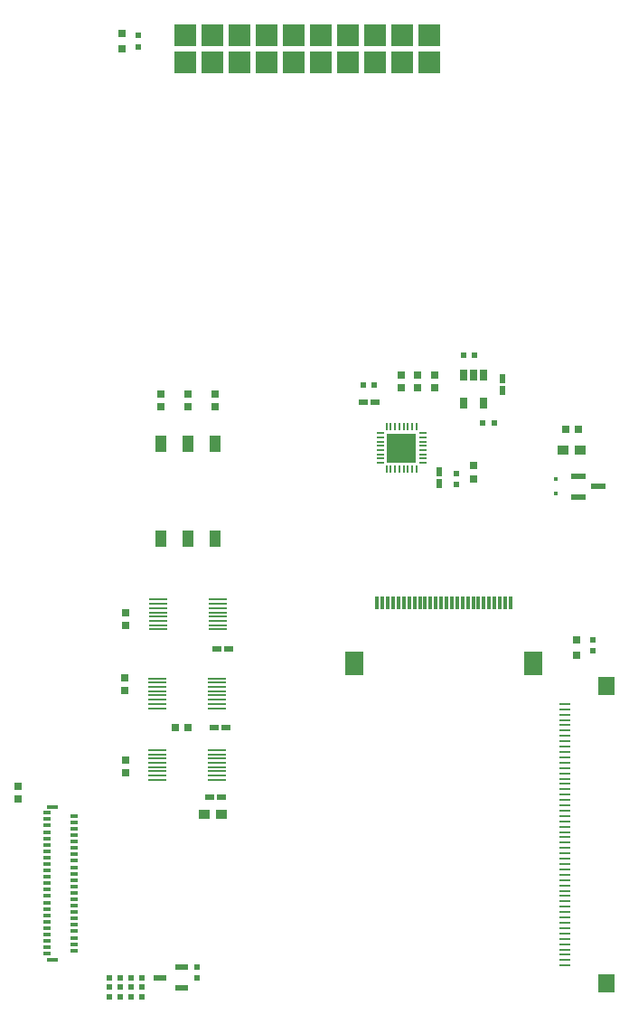
<source format=gbp>
%FSLAX43Y43*%
%MOMM*%
G71*
G01*
G75*
G04 Layer_Color=128*
%ADD10C,0.500*%
%ADD11C,0.200*%
%ADD12C,0.250*%
%ADD13C,0.400*%
%ADD14C,1.700*%
%ADD15R,1.700X1.700*%
%ADD16C,0.550*%
%ADD17R,1.800X2.200*%
%ADD18R,0.300X1.300*%
%ADD19R,0.700X0.300*%
%ADD20R,1.000X0.400*%
%ADD21R,1.100X1.500*%
%ADD22R,1.700X1.700*%
%ADD23R,1.100X0.250*%
%ADD24R,1.500X1.700*%
%ADD25R,2.800X2.800*%
%ADD26O,0.250X0.700*%
%ADD27O,0.700X0.250*%
%ADD28O,1.750X0.250*%
%ADD29R,0.700X1.100*%
%ADD30R,1.300X0.600*%
%ADD31R,0.400X0.400*%
%ADD32R,1.400X0.600*%
%ADD33R,0.700X0.700*%
%ADD34R,0.550X0.600*%
%ADD35R,0.800X0.650*%
%ADD36R,0.500X0.600*%
%ADD37R,1.000X0.950*%
%ADD38R,0.900X0.600*%
%ADD39R,0.600X0.550*%
%ADD40R,0.650X0.800*%
%ADD41R,0.600X0.500*%
%ADD42R,0.600X0.900*%
%ADD43C,0.800*%
%ADD44C,0.300*%
%ADD45C,0.254*%
%ADD46C,1.800*%
%ADD47R,1.800X1.800*%
%ADD48C,5.000*%
%ADD49R,1.900X2.300*%
%ADD50R,0.400X1.400*%
%ADD51R,0.800X0.400*%
%ADD52R,1.100X0.500*%
%ADD53R,1.200X1.600*%
%ADD54R,1.800X1.800*%
%ADD55R,1.200X0.350*%
%ADD56R,1.600X1.800*%
%ADD57R,2.900X2.900*%
%ADD58O,0.350X0.800*%
%ADD59O,0.800X0.350*%
%ADD60O,1.850X0.350*%
%ADD61R,0.840X1.240*%
%ADD62R,1.400X0.700*%
%ADD63R,0.500X0.500*%
%ADD64R,1.500X0.700*%
%ADD65R,0.800X0.800*%
%ADD66R,0.650X0.700*%
%ADD67R,0.900X0.750*%
%ADD68R,0.600X0.700*%
%ADD69R,1.100X1.050*%
%ADD70R,1.000X0.700*%
%ADD71R,0.700X0.650*%
%ADD72R,0.750X0.900*%
%ADD73R,0.700X0.600*%
%ADD74R,0.700X1.000*%
%ADD75C,0.900*%
%ADD76R,2.100X2.100*%
D17*
X32225Y-63275D02*
D03*
X49025D02*
D03*
D18*
X34375Y-57625D02*
D03*
X34875D02*
D03*
X35375D02*
D03*
X35875D02*
D03*
X36375D02*
D03*
X36875D02*
D03*
X37375D02*
D03*
X37875D02*
D03*
X38375D02*
D03*
X38875D02*
D03*
X39375D02*
D03*
X39875D02*
D03*
X40375D02*
D03*
X40875D02*
D03*
X41375D02*
D03*
X41875D02*
D03*
X42375D02*
D03*
X42875D02*
D03*
X43375D02*
D03*
X43875D02*
D03*
X44375D02*
D03*
X44875D02*
D03*
X45375D02*
D03*
X45875D02*
D03*
X46375D02*
D03*
X46875D02*
D03*
D19*
X5961Y-78200D02*
D03*
Y-77600D02*
D03*
Y-81200D02*
D03*
Y-80600D02*
D03*
Y-80000D02*
D03*
Y-79400D02*
D03*
Y-78800D02*
D03*
Y-84200D02*
D03*
Y-83600D02*
D03*
Y-83000D02*
D03*
Y-82400D02*
D03*
Y-81800D02*
D03*
Y-87200D02*
D03*
Y-86600D02*
D03*
Y-86000D02*
D03*
Y-85400D02*
D03*
Y-84800D02*
D03*
Y-87800D02*
D03*
Y-88400D02*
D03*
Y-89000D02*
D03*
Y-89600D02*
D03*
Y-90200D02*
D03*
X3461Y-78500D02*
D03*
Y-77900D02*
D03*
Y-77300D02*
D03*
Y-81500D02*
D03*
Y-80900D02*
D03*
Y-80300D02*
D03*
Y-79700D02*
D03*
Y-79100D02*
D03*
Y-84500D02*
D03*
Y-83900D02*
D03*
Y-83300D02*
D03*
Y-82700D02*
D03*
Y-82100D02*
D03*
Y-87500D02*
D03*
Y-86900D02*
D03*
Y-86300D02*
D03*
Y-85700D02*
D03*
Y-85100D02*
D03*
Y-88100D02*
D03*
Y-88700D02*
D03*
Y-89300D02*
D03*
Y-89900D02*
D03*
Y-90500D02*
D03*
D20*
X3961Y-91050D02*
D03*
Y-76750D02*
D03*
D21*
X19190Y-51600D02*
D03*
X16650D02*
D03*
X14110D02*
D03*
X19190Y-42700D02*
D03*
X16650D02*
D03*
X14110D02*
D03*
D23*
X51926Y-90600D02*
D03*
Y-89100D02*
D03*
Y-91600D02*
D03*
Y-91100D02*
D03*
Y-88600D02*
D03*
Y-86100D02*
D03*
Y-88100D02*
D03*
Y-87600D02*
D03*
Y-85100D02*
D03*
Y-87100D02*
D03*
Y-85600D02*
D03*
Y-86600D02*
D03*
Y-83100D02*
D03*
Y-82600D02*
D03*
Y-84600D02*
D03*
Y-84100D02*
D03*
Y-81100D02*
D03*
Y-82100D02*
D03*
Y-81600D02*
D03*
Y-69100D02*
D03*
Y-68600D02*
D03*
Y-83600D02*
D03*
Y-80600D02*
D03*
Y-68100D02*
D03*
Y-67100D02*
D03*
Y-67600D02*
D03*
Y-80100D02*
D03*
Y-79600D02*
D03*
Y-90100D02*
D03*
Y-89600D02*
D03*
Y-78100D02*
D03*
Y-77600D02*
D03*
Y-79100D02*
D03*
Y-78600D02*
D03*
Y-76100D02*
D03*
Y-75600D02*
D03*
Y-77100D02*
D03*
Y-76600D02*
D03*
Y-74100D02*
D03*
Y-73600D02*
D03*
Y-75100D02*
D03*
Y-74600D02*
D03*
Y-72100D02*
D03*
Y-71600D02*
D03*
Y-73100D02*
D03*
Y-72600D02*
D03*
Y-71100D02*
D03*
Y-70600D02*
D03*
Y-70100D02*
D03*
Y-69600D02*
D03*
D24*
X55826Y-93250D02*
D03*
Y-65450D02*
D03*
D25*
X36657Y-43120D02*
D03*
D26*
X36857Y-45120D02*
D03*
X37257D02*
D03*
X38057D02*
D03*
X37657D02*
D03*
X36057D02*
D03*
X36457D02*
D03*
X35657D02*
D03*
X35257D02*
D03*
Y-41120D02*
D03*
X35657D02*
D03*
X36457D02*
D03*
X36057D02*
D03*
X37657D02*
D03*
X38057D02*
D03*
X37257D02*
D03*
X36857D02*
D03*
D27*
X38657Y-44520D02*
D03*
Y-44120D02*
D03*
Y-43320D02*
D03*
Y-43720D02*
D03*
Y-42120D02*
D03*
Y-41720D02*
D03*
Y-42520D02*
D03*
Y-42920D02*
D03*
X34657D02*
D03*
Y-42520D02*
D03*
Y-41720D02*
D03*
Y-42120D02*
D03*
Y-43720D02*
D03*
Y-43320D02*
D03*
Y-44120D02*
D03*
Y-44520D02*
D03*
D28*
X13795Y-74218D02*
D03*
Y-73818D02*
D03*
Y-73418D02*
D03*
Y-73018D02*
D03*
Y-72618D02*
D03*
Y-72218D02*
D03*
Y-71818D02*
D03*
X19345Y-74218D02*
D03*
Y-73818D02*
D03*
Y-73418D02*
D03*
Y-73018D02*
D03*
Y-72618D02*
D03*
Y-72218D02*
D03*
Y-71818D02*
D03*
Y-71418D02*
D03*
X13795D02*
D03*
X13875Y-60126D02*
D03*
Y-59726D02*
D03*
Y-59326D02*
D03*
Y-58926D02*
D03*
Y-58526D02*
D03*
Y-58126D02*
D03*
Y-57726D02*
D03*
X19425Y-60126D02*
D03*
Y-59726D02*
D03*
Y-59326D02*
D03*
Y-58926D02*
D03*
Y-58526D02*
D03*
Y-58126D02*
D03*
Y-57726D02*
D03*
Y-57326D02*
D03*
X13875D02*
D03*
X13787Y-67506D02*
D03*
Y-67106D02*
D03*
Y-66706D02*
D03*
Y-66306D02*
D03*
Y-65906D02*
D03*
Y-65506D02*
D03*
Y-65106D02*
D03*
X19337Y-67506D02*
D03*
Y-67106D02*
D03*
Y-66706D02*
D03*
Y-66306D02*
D03*
Y-65906D02*
D03*
Y-65506D02*
D03*
Y-65106D02*
D03*
Y-64706D02*
D03*
X13787D02*
D03*
D29*
X42450Y-38901D02*
D03*
X44350D02*
D03*
Y-36301D02*
D03*
X43400D02*
D03*
X42450D02*
D03*
D30*
X14000Y-92725D02*
D03*
X16100Y-93675D02*
D03*
Y-91775D02*
D03*
D31*
X51150Y-46000D02*
D03*
Y-47400D02*
D03*
D32*
X55125Y-46750D02*
D03*
X53225Y-45800D02*
D03*
Y-47700D02*
D03*
D33*
X53100Y-61101D02*
D03*
Y-62501D02*
D03*
X10500Y-4301D02*
D03*
Y-5701D02*
D03*
D34*
X17500Y-92775D02*
D03*
Y-91775D02*
D03*
D35*
X52075Y-41350D02*
D03*
X53275D02*
D03*
X15450Y-69326D02*
D03*
X16650D02*
D03*
D36*
X54600Y-61101D02*
D03*
X54600Y-62151D02*
D03*
X41800Y-45501D02*
D03*
X41800Y-46551D02*
D03*
X12000Y-4501D02*
D03*
X12000Y-5551D02*
D03*
D37*
X53400Y-43325D02*
D03*
X51800D02*
D03*
X18175Y-77450D02*
D03*
X19775D02*
D03*
D38*
X18675Y-75826D02*
D03*
X19775D02*
D03*
X34150Y-38826D02*
D03*
X33050D02*
D03*
X19350Y-61926D02*
D03*
X20450D02*
D03*
X19100Y-69301D02*
D03*
X20200D02*
D03*
D39*
X10275Y-94525D02*
D03*
X9275D02*
D03*
X11325D02*
D03*
X12325D02*
D03*
X10275Y-93625D02*
D03*
X9275D02*
D03*
X11325D02*
D03*
X12325D02*
D03*
X10275Y-92725D02*
D03*
X9275D02*
D03*
X11325D02*
D03*
X12325D02*
D03*
D40*
X19190Y-38099D02*
D03*
Y-39299D02*
D03*
X16650Y-38099D02*
D03*
Y-39299D02*
D03*
X14110Y-38099D02*
D03*
Y-39299D02*
D03*
X36600Y-37501D02*
D03*
Y-36301D02*
D03*
X38200Y-37501D02*
D03*
Y-36301D02*
D03*
X39800Y-37501D02*
D03*
Y-36301D02*
D03*
X43400Y-44801D02*
D03*
Y-46001D02*
D03*
X775Y-75975D02*
D03*
Y-74775D02*
D03*
X10850Y-59726D02*
D03*
Y-58526D02*
D03*
X10725Y-65851D02*
D03*
Y-64651D02*
D03*
X10838Y-73545D02*
D03*
Y-72345D02*
D03*
D41*
X34125Y-37201D02*
D03*
X33075Y-37201D02*
D03*
X44300Y-40801D02*
D03*
X45350Y-40801D02*
D03*
X42450Y-34400D02*
D03*
X43500Y-34400D02*
D03*
D42*
X40200Y-45351D02*
D03*
Y-46451D02*
D03*
X46100Y-37751D02*
D03*
Y-36651D02*
D03*
D76*
X29131Y-4501D02*
D03*
Y-7041D02*
D03*
X31671Y-4501D02*
D03*
Y-7041D02*
D03*
X34211Y-4501D02*
D03*
Y-7041D02*
D03*
X36751Y-4501D02*
D03*
Y-7041D02*
D03*
X39291Y-4501D02*
D03*
X26591Y-7041D02*
D03*
Y-4501D02*
D03*
X24051Y-7041D02*
D03*
Y-4501D02*
D03*
X21511Y-7041D02*
D03*
Y-4501D02*
D03*
X18971Y-7041D02*
D03*
Y-4501D02*
D03*
X16431Y-7041D02*
D03*
Y-4501D02*
D03*
X39291Y-7041D02*
D03*
M02*

</source>
